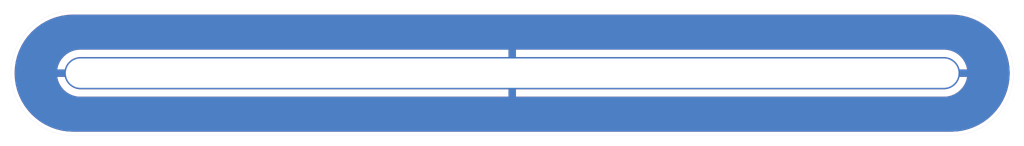
<source format=kicad_pcb>
(kicad_pcb (version 20211014) (generator pcbnew)
  (layers (0 "F.Cu" signal) (31 "B.Cu" signal) (34 "B.Paste" user) (35 "F.Paste" user) (36 "B.SilkS" user "B.Silkscreen") (37 "F.SilkS" user "F.Silkscreen") (38 "B.Mask" user) (39 "F.Mask" user) (44 "Edge.Cuts" user))
  (net 0 "")
  (net 1 "GND")
  (footprint "xr_spectra_library:rail_slot_3.3" (layer "F.Cu") (at 130 101)
    (fp_text reference "H1" hide)
    (fp_text value "single_pad")
    (pad "1" thru_hole oval (at 0 0) (size 61.2 2.2) (drill oval 61 2) (layers *.Cu *.Mask) (net 1 "GND"))
  )
  (gr_line (start 100 96.75) (end 160 96.75) (layer "Edge.Cuts") (width 0.01))
  (gr_arc (start 100 105.25) (mid 95.75 101) (end 100 96.75) (layer "Edge.Cuts") (width 0.01))
  (gr_line (start 160 105.25) (end 100 105.25) (layer "Edge.Cuts") (width 0.01))
  (gr_arc (start 160 96.75) (mid 164.25 101) (end 160 105.25) (layer "Edge.Cuts") (width 0.01))
  (zone (net 1) (net_name "GND") (layer "F.Cu") (connect_pads (clearance 0.25)) (min_thickness 0.254) (fill yes (thermal_gap 0.508) (thermal_bridge_width 0.508))
    (polygon (pts (xy 165 106) (xy 95 106) (xy 95 96) (xy 165 96)))
  )
  (zone (net 1) (net_name "GND") (layer "B.Cu") (connect_pads (clearance 0.25)) (min_thickness 0.254) (fill yes (thermal_gap 0.508) (thermal_bridge_width 0.508))
    (polygon (pts (xy 165 106) (xy 95 106) (xy 95 96) (xy 165 96)))
  )
)
</source>
